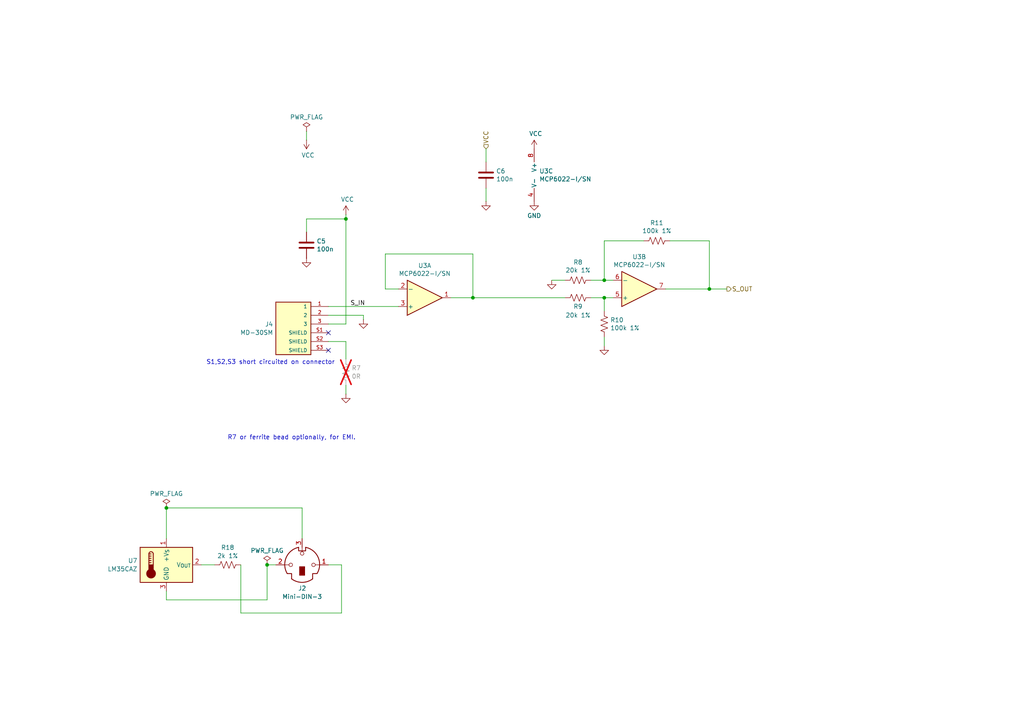
<source format=kicad_sch>
(kicad_sch (version 20250114) (generator "eeschema") (generator_version "9.0")
  (paper "A4")
  (title_block (title "Sensor") (company "University of Niš, Faculty of Electronic Engineering, Department of Microelectronics") (comment 1 "Product: Temperature Logger TL-01"))
  (lib_symbols
    (symbol "Amplifier_Operational:MCP602" (pin_names (offset 0.127))
      (property "Reference" "U" (at 0 5.08 0))
      (property "Value" "MCP602" (at 0 -5.08 0))
      (symbol "MCP602_1_1"
        (polyline (pts (xy -5.08 5.08) (xy 5.08 0) (xy -5.08 -5.08) (xy -5.08 5.08)) (stroke (width 0.254)) (fill (type background)))
        (pin input line (at -7.62 2.54 0) (length 2.54) (name "+") (number "3"))
        (pin input line (at -7.62 -2.54 0) (length 2.54) (name "-") (number "2"))
        (pin output line (at 7.62 0 180) (length 2.54) (name "~") (number "1"))
      )
      (symbol "MCP602_2_1"
        (polyline (pts (xy -5.08 5.08) (xy 5.08 0) (xy -5.08 -5.08) (xy -5.08 5.08)) (stroke (width 0.254)) (fill (type background)))
        (pin input line (at -7.62 2.54 0) (length 2.54) (name "+") (number "5"))
        (pin input line (at -7.62 -2.54 0) (length 2.54) (name "-") (number "6"))
        (pin output line (at 7.62 0 180) (length 2.54) (name "~") (number "7"))
      )
      (symbol "MCP602_3_1"
        (pin power_in line (at -2.54 7.62 270) (length 3.81) (name "V+") (number "8"))
        (pin power_in line (at -2.54 -7.62 90) (length 3.81) (name "V-") (number "4"))
      )
    )
    (symbol "Connector:Mini-DIN-3" (pin_names (offset 1.016))
      (property "Reference" "J" (at 3.302 6.35 0))
      (property "Value" "Mini-DIN-3" (at 0 -6.35 0))
      (symbol "Mini-DIN-3_0_1"
        (polyline (pts (xy -4.318 -2.54) (xy -3.048 -2.54) (xy -3.048 -4.064)) (stroke (width 0.254)))
        (polyline (pts (xy -3.81 0) (xy -5.08 0)))
        (circle (center -3.302 0) (radius 0.508))
        (polyline (pts (xy -1.016 5.08) (xy -1.016 4.064) (xy 1.016 4.064) (xy 1.016 5.08)) (stroke (width 0.254)))
        (rectangle (start -0.762 -0.508) (end 0.762 -3.048) (fill (type outline)))
        (polyline (pts (xy 0 3.81) (xy 0 5.08)))
        (circle (center 0 3.302) (radius 0.508))
        (arc (start 3.048 -4.064) (mid 0 -5.08) (end -3.048 -4.064) (stroke (width 0.254)))
        (arc (start 1.016 5.08) (mid 4.6646 2.1356) (end 4.318 -2.54) (stroke (width 0.254)))
        (arc (start -4.318 -2.54) (mid -4.6241 2.1181) (end -1.016 5.08) (stroke (width 0.254)))
        (circle (center 3.302 0) (radius 0.508))
        (polyline (pts (xy 4.318 -2.54) (xy 3.048 -2.54) (xy 3.048 -4.064)) (stroke (width 0.254)))
        (polyline (pts (xy 5.08 0) (xy 3.81 0)))
      )
      (symbol "Mini-DIN-3_1_1"
        (pin passive line (at -7.62 0 0) (length 2.54) (name "~") (number "2"))
        (pin passive line (at 0 7.62 270) (length 2.54) (name "~") (number "3"))
        (pin passive line (at 7.62 0 180) (length 2.54) (name "~") (number "1"))
      )
    )
    (symbol "Device:C" (pin_numbers (hide yes)) (pin_names (offset 0.254))
      (property "Reference" "C" (at 0.635 2.54 0))
      (property "Value" "C" (at 0.635 -2.54 0))
      (symbol "C_0_1"
        (polyline (pts (xy -2.032 0.762) (xy 2.032 0.762)) (stroke (width 0.508)))
        (polyline (pts (xy -2.032 -0.762) (xy 2.032 -0.762)) (stroke (width 0.508)))
      )
      (symbol "C_1_1"
        (pin passive line (at 0 3.81 270) (length 2.794) (name "~") (number "1"))
        (pin passive line (at 0 -3.81 90) (length 2.794) (name "~") (number "2"))
      )
    )
    (symbol "Device:R_US" (pin_numbers (hide yes)) (pin_names (offset 0))
      (property "Reference" "R" (at 2.54 0 90))
      (property "Value" "R_US" (at -2.54 0 90))
      (symbol "R_US_0_1"
        (polyline (pts (xy 0 2.286) (xy 0 2.54)))
        (polyline (pts (xy 0 2.286) (xy 1.016 1.905) (xy 0 1.524) (xy -1.016 1.143) (xy 0 0.762)))
        (polyline (pts (xy 0 0.762) (xy 1.016 0.381) (xy 0 0) (xy -1.016 -0.381) (xy 0 -0.762)))
        (polyline (pts (xy 0 -0.762) (xy 1.016 -1.143) (xy 0 -1.524) (xy -1.016 -1.905) (xy 0 -2.286)))
        (polyline (pts (xy 0 -2.286) (xy 0 -2.54)))
      )
      (symbol "R_US_1_1"
        (pin passive line (at 0 3.81 270) (length 1.27) (name "~") (number "1"))
        (pin passive line (at 0 -3.81 90) (length 1.27) (name "~") (number "2"))
      )
    )
    (symbol "Sensor_Temperature:LM35-LP"
      (property "Reference" "U" (at -6.35 6.35 0))
      (property "Value" "LM35-LP" (at 1.27 6.35 0))
      (symbol "LM35-LP_0_1"
        (rectangle (start -7.62 5.08) (end 7.62 -5.08) (stroke (width 0.254)) (fill (type background)))
        (polyline (pts (xy -5.08 3.175) (xy -5.08 0)) (stroke (width 0.254)))
        (polyline (pts (xy -5.08 3.175) (xy -4.445 3.175)) (stroke (width 0.254)))
        (polyline (pts (xy -5.08 2.54) (xy -4.445 2.54)) (stroke (width 0.254)))
        (polyline (pts (xy -5.08 1.905) (xy -4.445 1.905)) (stroke (width 0.254)))
        (polyline (pts (xy -5.08 1.27) (xy -4.445 1.27)) (stroke (width 0.254)))
        (polyline (pts (xy -5.08 0.635) (xy -4.445 0.635)) (stroke (width 0.254)))
        (arc (start -5.08 3.175) (mid -4.445 3.8073) (end -3.81 3.175) (stroke (width 0.254)))
        (circle (center -4.445 -2.54) (radius 1.27) (stroke (width 0.254)) (fill (type outline)))
        (polyline (pts (xy -3.81 3.175) (xy -3.81 0)) (stroke (width 0.254)))
        (rectangle (start -3.81 -1.905) (end -5.08 0) (stroke (width 0.254)) (fill (type outline)))
      )
      (symbol "LM35-LP_1_1"
        (pin power_in line (at 0 7.62 270) (length 2.54) (name "+V_{S}") (number "1"))
        (pin power_in line (at 0 -7.62 90) (length 2.54) (name "GND") (number "3"))
        (pin output line (at 10.16 0 180) (length 2.54) (name "V_{OUT}") (number "2"))
      )
    )
    (symbol "ZP_Library:MD-30SM" (pin_names (offset 1.016))
      (property "Reference" "J" (at -5.08 8.255 0))
      (property "Value" "MD-30SM" (at -4.572 -10.668 0))
      (symbol "MD-30SM_0_0"
        (rectangle (start -5.08 -7.62) (end 5.08 7.62) (stroke (width 0.254)) (fill (type background)))
        (pin passive line (at -10.16 6.35 0) (length 5.08) (name "1") (number "1"))
        (pin passive line (at -10.16 3.81 0) (length 5.08) (name "2") (number "2"))
        (pin passive line (at -10.16 1.27 0) (length 5.08) (name "3") (number "3"))
        (pin passive line (at -10.16 -1.27 0) (length 5.08) (name "SHIELD") (number "S1"))
      )
      (symbol "MD-30SM_1_0"
        (pin passive line (at -10.16 -3.81 0) (length 5.08) (name "SHIELD") (number "S2"))
        (pin passive line (at -10.16 -6.35 0) (length 5.08) (name "SHIELD") (number "S3"))
      )
    )
    (symbol "power:GND" (power) (pin_numbers (hide yes)) (pin_names (offset 0) (hide yes))
      (property "Value" "GND" (at 0 -3.81 0))
      (symbol "GND_0_1"
        (polyline (pts (xy 0 0) (xy 0 -1.27) (xy 1.27 -1.27) (xy 0 -2.54) (xy -1.27 -1.27) (xy 0 -1.27)))
      )
      (symbol "GND_1_1"
        (pin power_in line (at 0 0 270) (length 0) (name "~") (number "1"))
      )
    )
    (symbol "power:PWR_FLAG" (power) (pin_numbers (hide yes)) (pin_names (offset 0) (hide yes))
      (property "Value" "PWR_FLAG" (at 0 3.81 0))
      (symbol "PWR_FLAG_0_0"
        (pin power_out line (at 0 0 90) (length 0) (name "~") (number "1"))
      )
      (symbol "PWR_FLAG_0_1"
        (polyline (pts (xy 0 0) (xy 0 1.27) (xy -1.016 1.905) (xy 0 2.54) (xy 1.016 1.905) (xy 0 1.27)))
      )
    )
    (symbol "power:VCC" (power) (pin_numbers (hide yes)) (pin_names (offset 0) (hide yes))
      (property "Value" "VCC" (at 0 3.556 0))
      (symbol "VCC_0_1"
        (polyline (pts (xy -0.762 1.27) (xy 0 2.54)))
        (polyline (pts (xy 0 2.54) (xy 0.762 1.27)))
        (polyline (pts (xy 0 0) (xy 0 2.54)))
      )
      (symbol "VCC_1_1"
        (pin power_in line (at 0 0 90) (length 0) (name "~") (number "1"))
      )
    )
  )
  (text "S1,S2,S3 short circuited on connector" (at 78.486 105.156 0) (effects (font (size 1.27 1.27))))
  (text "R7 or ferrite bead optionally, for EMI." (at 84.582 127 0) (effects (font (size 1.27 1.27))))
  (junction (at 205.74 83.82))
  (junction (at 100.33 63.5))
  (junction (at 175.26 86.36))
  (junction (at 137.16 86.36))
  (junction (at 175.26 81.28))
  (junction (at 48.26 147.32))
  (junction (at 77.47 163.83))
  (no_connect (at 95.25 101.6))
  (no_connect (at 95.25 96.52))
  (wire (pts (xy 48.26 147.32) (xy 48.26 156.21)))
  (wire (pts (xy 100.33 63.5) (xy 100.33 62.23)))
  (wire (pts (xy 87.63 156.21) (xy 87.63 147.32)))
  (wire (pts (xy 100.33 93.98) (xy 100.33 63.5)))
  (wire (pts (xy 175.26 81.28) (xy 175.26 69.85)))
  (wire (pts (xy 175.26 81.28) (xy 177.8 81.28)))
  (wire (pts (xy 95.25 93.98) (xy 100.33 93.98)))
  (wire (pts (xy 69.85 163.83) (xy 69.85 177.8)))
  (wire (pts (xy 100.33 99.06) (xy 100.33 104.14)))
  (wire (pts (xy 95.25 88.9) (xy 115.57 88.9)))
  (wire (pts (xy 171.45 81.28) (xy 175.26 81.28)))
  (wire (pts (xy 205.74 69.85) (xy 205.74 83.82)))
  (wire (pts (xy 175.26 97.79) (xy 175.26 100.33)))
  (wire (pts (xy 100.33 111.76) (xy 100.33 114.3)))
  (wire (pts (xy 171.45 86.36) (xy 175.26 86.36)))
  (wire (pts (xy 137.16 86.36) (xy 163.83 86.36)))
  (wire (pts (xy 69.85 177.8) (xy 99.06 177.8)))
  (wire (pts (xy 99.06 163.83) (xy 95.25 163.83)))
  (wire (pts (xy 115.57 83.82) (xy 111.76 83.82)))
  (wire (pts (xy 95.25 91.44) (xy 105.41 91.44)))
  (wire (pts (xy 175.26 86.36) (xy 177.8 86.36)))
  (wire (pts (xy 77.47 173.99) (xy 48.26 173.99)))
  (wire (pts (xy 111.76 73.66) (xy 137.16 73.66)))
  (wire (pts (xy 175.26 69.85) (xy 186.69 69.85)))
  (wire (pts (xy 160.02 81.28) (xy 163.83 81.28)))
  (wire (pts (xy 88.9 38.1) (xy 88.9 40.64)))
  (wire (pts (xy 105.41 91.44) (xy 105.41 92.71)))
  (wire (pts (xy 88.9 63.5) (xy 88.9 67.31)))
  (wire (pts (xy 175.26 86.36) (xy 175.26 90.17)))
  (wire (pts (xy 194.31 69.85) (xy 205.74 69.85)))
  (wire (pts (xy 137.16 73.66) (xy 137.16 86.36)))
  (wire (pts (xy 100.33 63.5) (xy 88.9 63.5)))
  (wire (pts (xy 77.47 163.83) (xy 77.47 173.99)))
  (wire (pts (xy 140.97 54.61) (xy 140.97 58.42)))
  (wire (pts (xy 80.01 163.83) (xy 77.47 163.83)))
  (wire (pts (xy 99.06 177.8) (xy 99.06 163.83)))
  (wire (pts (xy 58.42 163.83) (xy 62.23 163.83)))
  (wire (pts (xy 95.25 99.06) (xy 100.33 99.06)))
  (wire (pts (xy 130.81 86.36) (xy 137.16 86.36)))
  (wire (pts (xy 193.04 83.82) (xy 205.74 83.82)))
  (wire (pts (xy 205.74 83.82) (xy 210.82 83.82)))
  (wire (pts (xy 87.63 147.32) (xy 48.26 147.32)))
  (wire (pts (xy 140.97 43.18) (xy 140.97 46.99)))
  (wire (pts (xy 48.26 173.99) (xy 48.26 171.45)))
  (wire (pts (xy 111.76 83.82) (xy 111.76 73.66)))
  (label "S_IN" (at 101.6 88.9 0))
  (hierarchical_label "S_OUT" (shape output) (at 210.82 83.82 0))
  (hierarchical_label "VCC" (shape input) (at 140.97 43.18 90))
  (symbol (lib_id "Device:R_US") (at 190.5 69.85 90) (unit 1)
    (property "Reference" "R11" (at 190.5 64.643 90))
    (property "Value" "100k 1%" (at 190.5 66.9544 90))
    (property "Footprint" "Resistor_SMD:R_0805_2012Metric" (effects (hide yes)))
    (property "Description" "Resistor, US symbol" (effects (hide yes)))
    (property "Farnell" "1469860" (effects (hide yes)))
  )
  (symbol (lib_id "power:VCC") (at 100.33 62.23 0) (unit 1)
    (property "Reference" "#PWR014" (effects (hide yes)))
    (property "Value" "VCC" (at 100.7618 57.8358 0))
    (property "Description" "Power symbol creates a global label with name \"VCC\"" (effects (hide yes)))
  )
  (symbol (lib_id "power:PWR_FLAG") (at 48.26 147.32 0) (unit 1)
    (property "Reference" "#FLG06" (effects (hide yes)))
    (property "Value" "PWR_FLAG" (at 48.26 143.1869 0))
    (property "Description" "Special symbol for telling ERC where power comes from" (effects (hide yes)))
  )
  (symbol (lib_id "Amplifier_Operational:MCP602") (at 157.48 50.8 0) (unit 3)
    (property "Reference" "U3" (at 156.4132 49.6316 0) (effects (justify left)))
    (property "Value" "MCP6022-I/SN" (at 156.4132 51.943 0) (effects (justify left)))
    (property "Footprint" "Package_SO:SOIC-8_3.9x4.9mm_P1.27mm" (effects (hide yes)))
    (property "Datasheet" "http://ww1.microchip.com/downloads/en/DeviceDoc/21314g.pdf" (effects (hide yes)))
    (property "Description" "Dual 2.7V to 6.0V Single Supply CMOS Op Amps, DIP-8/SOIC-8/TSSOP-8" (effects (hide yes)))
    (property "Farnell" "1332126" (effects (hide yes)))
  )
  (symbol (lib_id "Device:R_US") (at 100.33 107.95 0) (unit 1) (dnp yes)
    (property "Reference" "R7" (at 101.981 106.7378 0) (effects (justify left)))
    (property "Value" "0R" (at 101.981 109.1621 0) (effects (justify left)))
    (property "Footprint" "Resistor_SMD:R_0805_2012Metric" (effects (hide yes)))
    (property "Description" "Resistor, US symbol" (effects (hide yes)))
    (property "Farnell" "4141083 " (effects (hide yes)))
  )
  (symbol (lib_id "power:GND") (at 140.97 58.42 0) (unit 1)
    (property "Reference" "#PWR08" (effects (hide yes)))
    (property "Value" "GND" (effects (hide yes)))
    (property "Description" "Power symbol creates a global label with name \"GND\" , ground" (effects (hide yes)))
  )
  (symbol (lib_id "Device:C") (at 88.9 71.12 0) (unit 1)
    (property "Reference" "C5" (at 91.821 69.9516 0) (effects (justify left)))
    (property "Value" "100n" (at 91.821 72.263 0) (effects (justify left)))
    (property "Footprint" "Capacitor_SMD:C_0805_2012Metric" (effects (hide yes)))
    (property "Description" "Unpolarized capacitor" (effects (hide yes)))
    (property "Farnell" "1740673" (effects (hide yes)))
  )
  (symbol (lib_id "power:GND") (at 105.41 92.71 0) (unit 1)
    (property "Reference" "#PWR09" (effects (hide yes)))
    (property "Value" "GND" (effects (hide yes)))
    (property "Description" "Power symbol creates a global label with name \"GND\" , ground" (effects (hide yes)))
  )
  (symbol (lib_id "Amplifier_Operational:MCP602") (at 185.42 83.82 0) (mirror x) (unit 2)
    (property "Reference" "U3" (at 185.42 74.4982 0))
    (property "Value" "MCP6022-I/SN" (at 185.42 76.8096 0))
    (property "Footprint" "Package_SO:SOIC-8_3.9x4.9mm_P1.27mm" (effects (hide yes)))
    (property "Datasheet" "http://ww1.microchip.com/downloads/en/DeviceDoc/21314g.pdf" (effects (hide yes)))
    (property "Description" "Dual 2.7V to 6.0V Single Supply CMOS Op Amps, DIP-8/SOIC-8/TSSOP-8" (effects (hide yes)))
    (property "Farnell" "1332126" (effects (hide yes)))
  )
  (symbol (lib_id "power:VCC") (at 154.94 43.18 0) (unit 1)
    (property "Reference" "#PWR018" (effects (hide yes)))
    (property "Value" "VCC" (at 155.3718 38.7858 0))
    (property "Description" "Power symbol creates a global label with name \"VCC\"" (effects (hide yes)))
  )
  (symbol (lib_id "Device:R_US") (at 167.64 86.36 90) (unit 1)
    (property "Reference" "R9" (at 167.64 88.9 90))
    (property "Value" "20k 1%" (at 167.64 91.44 90))
    (property "Footprint" "Resistor_SMD:R_0805_2012Metric" (effects (hide yes)))
    (property "Description" "Resistor, US symbol" (effects (hide yes)))
    (property "Farnell" "1469893" (effects (hide yes)))
  )
  (symbol (lib_id "Device:C") (at 140.97 50.8 0) (unit 1)
    (property "Reference" "C6" (at 143.891 49.6316 0) (effects (justify left)))
    (property "Value" "100n" (at 143.891 51.943 0) (effects (justify left)))
    (property "Footprint" "Capacitor_SMD:C_0805_2012Metric" (effects (hide yes)))
    (property "Description" "Unpolarized capacitor" (effects (hide yes)))
    (property "Farnell" "1740673" (effects (hide yes)))
  )
  (symbol (lib_id "power:GND") (at 100.33 114.3 0) (unit 1)
    (property "Reference" "#PWR012" (effects (hide yes)))
    (property "Value" "GND" (effects (hide yes)))
    (property "Description" "Power symbol creates a global label with name \"GND\" , ground" (effects (hide yes)))
  )
  (symbol (lib_id "power:GND") (at 175.26 100.33 0) (unit 1)
    (property "Reference" "#PWR017" (effects (hide yes)))
    (property "Value" "GND" (effects (hide yes)))
    (property "Description" "Power symbol creates a global label with name \"GND\" , ground" (effects (hide yes)))
  )
  (symbol (lib_id "Device:R_US") (at 167.64 81.28 90) (unit 1)
    (property "Reference" "R8" (at 167.64 76.073 90))
    (property "Value" "20k 1%" (at 167.64 78.3844 90))
    (property "Footprint" "Resistor_SMD:R_0805_2012Metric" (effects (hide yes)))
    (property "Description" "Resistor, US symbol" (effects (hide yes)))
    (property "Farnell" "1469893" (effects (hide yes)))
  )
  (symbol (lib_id "power:GND") (at 160.02 81.28 0) (unit 1)
    (property "Reference" "#PWR015" (effects (hide yes)))
    (property "Value" "GND" (effects (hide yes)))
    (property "Description" "Power symbol creates a global label with name \"GND\" , ground" (effects (hide yes)))
  )
  (symbol (lib_id "ZP_Library:MD-30SM") (at 85.09 95.25 0) (mirror y) (unit 1)
    (property "Reference" "J4" (at 79.248 94.0378 0) (effects (justify left)))
    (property "Value" "MD-30SM" (at 79.248 96.4621 0) (effects (justify left)))
    (property "Footprint" "ZP_Library:CUI_MD-30SM" (effects (hide yes)))
    (property "MAXIMUM_PACKAGE_HEIGHT" "13.05 mm" (effects (hide yes)))
    (property "PARTREV" "1.05" (effects (hide yes)))
    (property "STANDARD" "Manufacturer Recommendation" (effects (hide yes)))
    (property "MANUFACTURER" "CUI Devices" (effects (hide yes)))
    (property "Farnell" "152211" (effects (hide yes)))
  )
  (symbol (lib_id "Device:R_US") (at 175.26 93.98 0) (unit 1)
    (property "Reference" "R10" (at 176.9872 92.8116 0) (effects (justify left)))
    (property "Value" "100k 1%" (at 176.9872 95.123 0) (effects (justify left)))
    (property "Footprint" "Resistor_SMD:R_0805_2012Metric" (effects (hide yes)))
    (property "Description" "Resistor, US symbol" (effects (hide yes)))
    (property "Farnell" "1469860" (effects (hide yes)))
  )
  (symbol (lib_id "power:GND") (at 88.9 74.93 0) (unit 1)
    (property "Reference" "#PWR013" (effects (hide yes)))
    (property "Value" "GND" (effects (hide yes)))
    (property "Description" "Power symbol creates a global label with name \"GND\" , ground" (effects (hide yes)))
  )
  (symbol (lib_id "Connector:Mini-DIN-3") (at 87.63 163.83 0) (unit 1) (exclude_from_sim yes) (on_board no)
    (property "Reference" "J2" (at 87.6477 170.6301 0))
    (property "Value" "Mini-DIN-3" (at 87.6477 173.0544 0))
    (property "Datasheet" "http://www.assmann-wsw.com/fileadmin/catalogue/10_MiniDIN_rev4-0.pdf" (effects (hide yes)))
    (property "Description" "3-pin Mini-DIN connector" (effects (hide yes)))
    (property "Farnell" "152207" (effects (hide yes)))
  )
  (symbol (lib_id "power:PWR_FLAG") (at 88.9 38.1 0) (unit 1)
    (property "Reference" "#FLG04" (effects (hide yes)))
    (property "Value" "PWR_FLAG" (at 88.9 33.9669 0))
    (property "Description" "Special symbol for telling ERC where power comes from" (effects (hide yes)))
  )
  (symbol (lib_id "Sensor_Temperature:LM35-LP") (at 48.26 163.83 0) (unit 1) (exclude_from_sim yes) (on_board no)
    (property "Reference" "U7" (at 39.878 162.6178 0) (effects (justify right)))
    (property "Value" "LM35CAZ" (at 39.878 165.0421 0) (effects (justify right)))
    (property "Footprint" "Package_TO_SOT_THT:TO-92_Inline" (effects (hide yes)))
    (property "Datasheet" "http://www.ti.com/lit/ds/symlink/lm35.pdf" (effects (hide yes)))
    (property "Description" "Precision centigrade temperature sensor, TO-92" (effects (hide yes)))
    (property "Farnell" "3124178 " (effects (hide yes)))
  )
  (symbol (lib_id "power:VCC") (at 88.9 40.64 0) (mirror x) (unit 1)
    (property "Reference" "#PWR054" (effects (hide yes)))
    (property "Value" "VCC" (at 89.3318 45.0342 0))
    (property "Description" "Power symbol creates a global label with name \"VCC\"" (effects (hide yes)))
  )
  (symbol (lib_id "power:GND") (at 154.94 58.42 0) (unit 1)
    (property "Reference" "#PWR07" (effects (hide yes)))
    (property "Value" "GND" (at 154.94 62.5531 0))
    (property "Description" "Power symbol creates a global label with name \"GND\" , ground" (effects (hide yes)))
  )
  (symbol (lib_id "Device:R_US") (at 66.04 163.83 270) (unit 1) (exclude_from_sim yes) (on_board no)
    (property "Reference" "R18" (at 66.04 158.7965 90))
    (property "Value" "2k 1%" (at 66.04 161.2208 90))
    (property "Description" "Resistor, US symbol" (effects (hide yes)))
    (property "Farnell" "9341480" (effects (hide yes)))
  )
  (symbol (lib_id "power:PWR_FLAG") (at 77.47 163.83 0) (unit 1)
    (property "Reference" "#FLG07" (effects (hide yes)))
    (property "Value" "PWR_FLAG" (at 77.47 159.6969 0))
    (property "Description" "Special symbol for telling ERC where power comes from" (effects (hide yes)))
  )
  (symbol (lib_id "Amplifier_Operational:MCP602") (at 123.19 86.36 0) (mirror x) (unit 1)
    (property "Reference" "U3" (at 123.19 77.0382 0))
    (property "Value" "MCP6022-I/SN" (at 123.19 79.3496 0))
    (property "Footprint" "Package_SO:SOIC-8_3.9x4.9mm_P1.27mm" (effects (hide yes)))
    (property "Datasheet" "http://ww1.microchip.com/downloads/en/DeviceDoc/21314g.pdf" (effects (hide yes)))
    (property "Description" "Dual 2.7V to 6.0V Single Supply CMOS Op Amps, DIP-8/SOIC-8/TSSOP-8" (effects (hide yes)))
    (property "Farnell" "1332126" (effects (hide yes)))
  )
)
</source>
